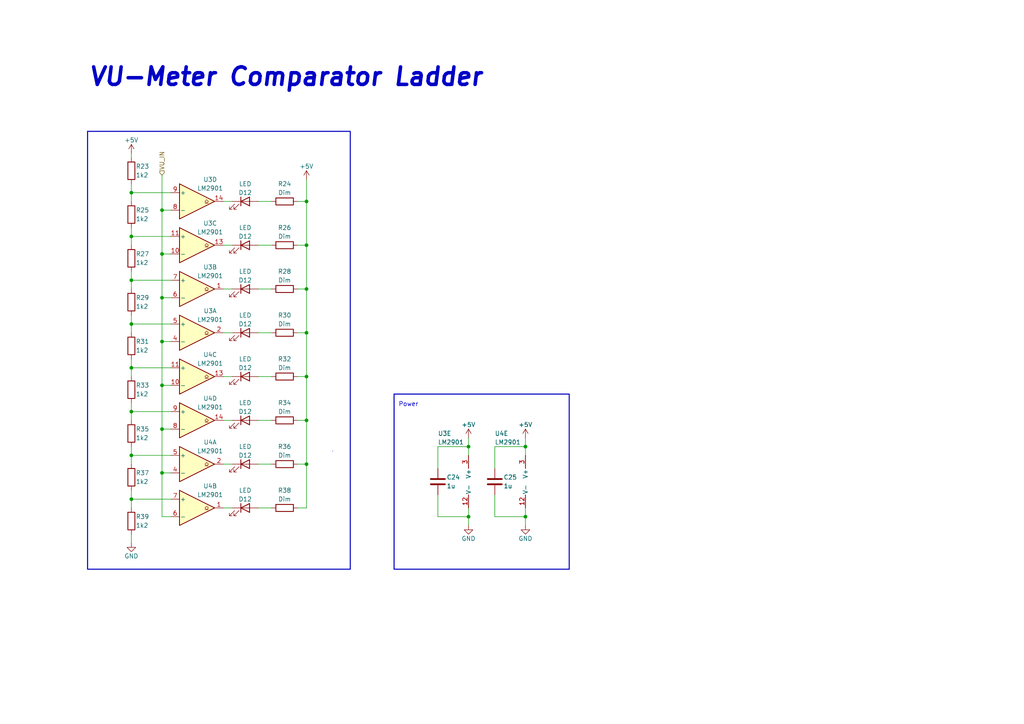
<source format=kicad_sch>
(kicad_sch (version 20230121) (generator eeschema)
  (paper "A4")
  (lib_symbols
    (symbol "Comparator:LM2901" (pin_names (offset 0.127))
      (property "Reference" "U" (at 0 5.08 0))
      (property "Value" "LM2901" (at 0 -5.08 0))
      (symbol "LM2901_1_1"
        (polyline (pts (xy -5.08 5.08) (xy 5.08 0) (xy -5.08 -5.08) (xy -5.08 5.08)) (stroke (width 0.254)) (fill (type background)))
        (polyline (pts (xy 3.302 -0.508) (xy 2.794 -0.508) (xy 3.302 0) (xy 2.794 0.508) (xy 2.286 0) (xy 2.794 -0.508) (xy 2.286 -0.508)) (stroke (width 0.127)))
        (pin open_collector line (at 7.62 0 180) (length 2.54) (name "~") (number "2"))
        (pin input line (at -7.62 -2.54 0) (length 2.54) (name "-") (number "4"))
        (pin input line (at -7.62 2.54 0) (length 2.54) (name "+") (number "5"))
      )
      (symbol "LM2901_2_1"
        (polyline (pts (xy -5.08 5.08) (xy 5.08 0) (xy -5.08 -5.08) (xy -5.08 5.08)) (stroke (width 0.254)) (fill (type background)))
        (polyline (pts (xy 3.302 -0.508) (xy 2.794 -0.508) (xy 3.302 0) (xy 2.794 0.508) (xy 2.286 0) (xy 2.794 -0.508) (xy 2.286 -0.508)) (stroke (width 0.127)))
        (pin open_collector line (at 7.62 0 180) (length 2.54) (name "~") (number "1"))
        (pin input line (at -7.62 -2.54 0) (length 2.54) (name "-") (number "6"))
        (pin input line (at -7.62 2.54 0) (length 2.54) (name "+") (number "7"))
      )
      (symbol "LM2901_3_1"
        (polyline (pts (xy -5.08 5.08) (xy 5.08 0) (xy -5.08 -5.08) (xy -5.08 5.08)) (stroke (width 0.254)) (fill (type background)))
        (polyline (pts (xy 3.302 -0.508) (xy 2.794 -0.508) (xy 3.302 0) (xy 2.794 0.508) (xy 2.286 0) (xy 2.794 -0.508) (xy 2.286 -0.508)) (stroke (width 0.127)))
        (pin input line (at -7.62 -2.54 0) (length 2.54) (name "-") (number "10"))
        (pin input line (at -7.62 2.54 0) (length 2.54) (name "+") (number "11"))
        (pin open_collector line (at 7.62 0 180) (length 2.54) (name "~") (number "13"))
      )
      (symbol "LM2901_4_1"
        (polyline (pts (xy -5.08 5.08) (xy 5.08 0) (xy -5.08 -5.08) (xy -5.08 5.08)) (stroke (width 0.254)) (fill (type background)))
        (polyline (pts (xy 3.302 -0.508) (xy 2.794 -0.508) (xy 3.302 0) (xy 2.794 0.508) (xy 2.286 0) (xy 2.794 -0.508) (xy 2.286 -0.508)) (stroke (width 0.127)))
        (pin open_collector line (at 7.62 0 180) (length 2.54) (name "~") (number "14"))
        (pin input line (at -7.62 -2.54 0) (length 2.54) (name "-") (number "8"))
        (pin input line (at -7.62 2.54 0) (length 2.54) (name "+") (number "9"))
      )
      (symbol "LM2901_5_1"
        (pin power_in line (at -2.54 -7.62 90) (length 3.81) (name "V-") (number "12"))
        (pin power_in line (at -2.54 7.62 270) (length 3.81) (name "V+") (number "3"))
      )
    )
    (symbol "Device:C" (pin_numbers hide) (pin_names (offset 0.254))
      (property "Reference" "C" (at 0.635 2.54 0))
      (property "Value" "C" (at 0.635 -2.54 0))
      (symbol "C_0_1"
        (polyline (pts (xy -2.032 -0.762) (xy 2.032 -0.762)) (stroke (width 0.508)))
        (polyline (pts (xy -2.032 0.762) (xy 2.032 0.762)) (stroke (width 0.508)))
      )
      (symbol "C_1_1"
        (pin passive line (at 0 3.81 270) (length 2.794) (name "~") (number "1"))
        (pin passive line (at 0 -3.81 90) (length 2.794) (name "~") (number "2"))
      )
    )
    (symbol "Device:LED" (pin_numbers hide) (pin_names (offset 1.016) hide)
      (property "Reference" "D" (at 0 2.54 0))
      (property "Value" "LED" (at 0 -2.54 0))
      (symbol "LED_0_1"
        (polyline (pts (xy -1.27 -1.27) (xy -1.27 1.27)) (stroke (width 0.254)))
        (polyline (pts (xy -1.27 0) (xy 1.27 0)))
        (polyline (pts (xy 1.27 -1.27) (xy 1.27 1.27) (xy -1.27 0) (xy 1.27 -1.27)) (stroke (width 0.254)))
        (polyline (pts (xy -3.048 -0.762) (xy -4.572 -2.286) (xy -3.81 -2.286) (xy -4.572 -2.286) (xy -4.572 -1.524)))
        (polyline (pts (xy -1.778 -0.762) (xy -3.302 -2.286) (xy -2.54 -2.286) (xy -3.302 -2.286) (xy -3.302 -1.524)))
      )
      (symbol "LED_1_1"
        (pin passive line (at -3.81 0 0) (length 2.54) (name "K") (number "1"))
        (pin passive line (at 3.81 0 180) (length 2.54) (name "A") (number "2"))
      )
    )
    (symbol "Device:R" (pin_numbers hide) (pin_names (offset 0))
      (property "Reference" "R" (at 2.032 0 90))
      (property "Value" "R" (at 0 0 90))
      (symbol "R_0_1"
        (rectangle (start -1.016 -2.54) (end 1.016 2.54) (stroke (width 0.254)))
      )
      (symbol "R_1_1"
        (pin passive line (at 0 3.81 270) (length 1.27) (name "~") (number "1"))
        (pin passive line (at 0 -3.81 90) (length 1.27) (name "~") (number "2"))
      )
    )
    (symbol "power:+5V" (power) (pin_names (offset 0))
      (property "Value" "+5V" (at 0 3.556 0))
      (symbol "+5V_0_1"
        (polyline (pts (xy -0.762 1.27) (xy 0 2.54)))
        (polyline (pts (xy 0 0) (xy 0 2.54)))
        (polyline (pts (xy 0 2.54) (xy 0.762 1.27)))
      )
      (symbol "+5V_1_1"
        (pin power_in line (at 0 0 90) (length 0) hide (name "+5V") (number "1"))
      )
    )
    (symbol "power:GND" (power) (pin_names (offset 0))
      (property "Value" "GND" (at 0 -3.81 0))
      (symbol "GND_0_1"
        (polyline (pts (xy 0 0) (xy 0 -1.27) (xy 1.27 -1.27) (xy 0 -2.54) (xy -1.27 -1.27) (xy 0 -1.27)))
      )
      (symbol "GND_1_1"
        (pin power_in line (at 0 0 270) (length 0) hide (name "GND") (number "1"))
      )
    )
  )
  (junction (at 46.99 111.76))
  (junction (at 38.1 132.08))
  (junction (at 46.99 73.66))
  (junction (at 38.1 68.58))
  (junction (at 38.1 55.88))
  (junction (at 46.99 137.16))
  (junction (at 88.9 109.22))
  (junction (at 46.99 99.06))
  (junction (at 46.99 86.36))
  (junction (at 38.1 106.68))
  (junction (at 38.1 81.28))
  (junction (at 88.9 121.92))
  (junction (at 46.99 60.96))
  (junction (at 38.1 144.78))
  (junction (at 88.9 96.52))
  (junction (at 46.99 124.46))
  (junction (at 152.4 129.54))
  (junction (at 152.4 149.86))
  (junction (at 135.89 149.86))
  (junction (at 38.1 119.38))
  (junction (at 135.89 129.54))
  (junction (at 88.9 71.12))
  (junction (at 88.9 83.82))
  (junction (at 88.9 58.42))
  (junction (at 38.1 93.98))
  (junction (at 88.9 134.62))
  (wire (pts (xy 78.74 71.12) (xy 74.93 71.12)))
  (wire (pts (xy 86.36 109.22) (xy 88.9 109.22)))
  (wire (pts (xy 64.77 58.42) (xy 67.31 58.42)))
  (wire (pts (xy 38.1 81.28) (xy 38.1 78.74)))
  (wire (pts (xy 38.1 106.68) (xy 38.1 109.22)))
  (wire (pts (xy 38.1 68.58) (xy 38.1 66.04)))
  (wire (pts (xy 135.89 149.86) (xy 135.89 152.4)))
  (wire (pts (xy 38.1 132.08) (xy 38.1 134.62)))
  (wire (pts (xy 88.9 83.82) (xy 88.9 96.52)))
  (wire (pts (xy 88.9 52.07) (xy 88.9 58.42)))
  (wire (pts (xy 46.99 124.46) (xy 49.53 124.46)))
  (wire (pts (xy 67.31 96.52) (xy 64.77 96.52)))
  (wire (pts (xy 67.31 71.12) (xy 64.77 71.12)))
  (wire (pts (xy 135.89 129.54) (xy 127 129.54)))
  (wire (pts (xy 135.89 132.08) (xy 135.89 129.54)))
  (wire (pts (xy 49.53 119.38) (xy 38.1 119.38)))
  (wire (pts (xy 88.9 121.92) (xy 86.36 121.92)))
  (wire (pts (xy 46.99 73.66) (xy 46.99 86.36)))
  (wire (pts (xy 49.53 93.98) (xy 38.1 93.98)))
  (wire (pts (xy 88.9 58.42) (xy 88.9 71.12)))
  (wire (pts (xy 46.99 73.66) (xy 49.53 73.66)))
  (wire (pts (xy 38.1 93.98) (xy 38.1 91.44)))
  (wire (pts (xy 49.53 60.96) (xy 46.99 60.96)))
  (wire (pts (xy 38.1 144.78) (xy 38.1 147.32)))
  (wire (pts (xy 127 149.86) (xy 135.89 149.86)))
  (wire (pts (xy 38.1 55.88) (xy 38.1 58.42)))
  (wire (pts (xy 88.9 109.22) (xy 88.9 121.92)))
  (wire (pts (xy 49.53 106.68) (xy 38.1 106.68)))
  (wire (pts (xy 38.1 144.78) (xy 38.1 142.24)))
  (wire (pts (xy 78.74 58.42) (xy 74.93 58.42)))
  (wire (pts (xy 78.74 121.92) (xy 74.93 121.92)))
  (wire (pts (xy 38.1 81.28) (xy 38.1 83.82)))
  (wire (pts (xy 46.99 149.86) (xy 49.53 149.86)))
  (wire (pts (xy 49.53 111.76) (xy 46.99 111.76)))
  (wire (pts (xy 67.31 109.22) (xy 64.77 109.22)))
  (wire (pts (xy 38.1 119.38) (xy 38.1 121.92)))
  (wire (pts (xy 46.99 137.16) (xy 46.99 149.86)))
  (wire (pts (xy 46.99 99.06) (xy 46.99 111.76)))
  (wire (pts (xy 49.53 132.08) (xy 38.1 132.08)))
  (wire (pts (xy 78.74 83.82) (xy 74.93 83.82)))
  (wire (pts (xy 78.74 134.62) (xy 74.93 134.62)))
  (wire (pts (xy 46.99 86.36) (xy 49.53 86.36)))
  (wire (pts (xy 38.1 154.94) (xy 38.1 157.48)))
  (wire (pts (xy 46.99 86.36) (xy 46.99 99.06)))
  (wire (pts (xy 152.4 132.08) (xy 152.4 129.54)))
  (wire (pts (xy 152.4 129.54) (xy 143.51 129.54)))
  (wire (pts (xy 49.53 68.58) (xy 38.1 68.58)))
  (wire (pts (xy 46.99 124.46) (xy 46.99 137.16)))
  (wire (pts (xy 38.1 104.14) (xy 38.1 106.68)))
  (wire (pts (xy 49.53 144.78) (xy 38.1 144.78)))
  (wire (pts (xy 46.99 99.06) (xy 49.53 99.06)))
  (wire (pts (xy 78.74 147.32) (xy 74.93 147.32)))
  (wire (pts (xy 67.31 121.92) (xy 64.77 121.92)))
  (wire (pts (xy 38.1 119.38) (xy 38.1 116.84)))
  (wire (pts (xy 38.1 44.45) (xy 38.1 45.72)))
  (wire (pts (xy 46.99 111.76) (xy 46.99 124.46)))
  (wire (pts (xy 49.53 81.28) (xy 38.1 81.28)))
  (wire (pts (xy 67.31 134.62) (xy 64.77 134.62)))
  (wire (pts (xy 38.1 53.34) (xy 38.1 55.88)))
  (wire (pts (xy 38.1 68.58) (xy 38.1 71.12)))
  (wire (pts (xy 143.51 143.51) (xy 143.51 149.86)))
  (wire (pts (xy 135.89 149.86) (xy 135.89 147.32)))
  (wire (pts (xy 143.51 149.86) (xy 152.4 149.86)))
  (wire (pts (xy 127 129.54) (xy 127 135.89)))
  (wire (pts (xy 152.4 149.86) (xy 152.4 152.4)))
  (wire (pts (xy 86.36 96.52) (xy 88.9 96.52)))
  (wire (pts (xy 88.9 121.92) (xy 88.9 134.62)))
  (wire (pts (xy 135.89 127) (xy 135.89 129.54)))
  (wire (pts (xy 46.99 137.16) (xy 49.53 137.16)))
  (wire (pts (xy 86.36 83.82) (xy 88.9 83.82)))
  (wire (pts (xy 86.36 71.12) (xy 88.9 71.12)))
  (wire (pts (xy 46.99 50.8) (xy 46.99 60.96)))
  (wire (pts (xy 78.74 96.52) (xy 74.93 96.52)))
  (wire (pts (xy 152.4 127) (xy 152.4 129.54)))
  (wire (pts (xy 88.9 96.52) (xy 88.9 109.22)))
  (wire (pts (xy 88.9 134.62) (xy 88.9 147.32)))
  (wire (pts (xy 38.1 132.08) (xy 38.1 129.54)))
  (wire (pts (xy 86.36 134.62) (xy 88.9 134.62)))
  (wire (pts (xy 152.4 149.86) (xy 152.4 147.32)))
  (wire (pts (xy 46.99 60.96) (xy 46.99 73.66)))
  (wire (pts (xy 78.74 109.22) (xy 74.93 109.22)))
  (wire (pts (xy 143.51 129.54) (xy 143.51 135.89)))
  (wire (pts (xy 67.31 83.82) (xy 64.77 83.82)))
  (wire (pts (xy 88.9 71.12) (xy 88.9 83.82)))
  (wire (pts (xy 49.53 55.88) (xy 38.1 55.88)))
  (wire (pts (xy 67.31 147.32) (xy 64.77 147.32)))
  (wire (pts (xy 88.9 147.32) (xy 86.36 147.32)))
  (wire (pts (xy 86.36 58.42) (xy 88.9 58.42)))
  (wire (pts (xy 127 143.51) (xy 127 149.86)))
  (wire (pts (xy 38.1 93.98) (xy 38.1 96.52)))
  (rectangle (start 96.52 130.81) (end 96.52 130.81))
  (rectangle (start 25.4 38.1) (end 101.6 165.1) (stroke (width 0.3)))
  (rectangle (start 96.52 130.81) (end 96.52 130.81))
  (rectangle (start 114.3 114.3) (end 165.1 165.1) (stroke (width 0.3)))
  (text "VU-Meter Comparator Ladder" (at 25.4 25.4 0) (effects (font (size 5.08 5.08) (thickness 1.016) bold italic) (justify left bottom)))
  (text "Power\n" (at 115.57 118.11 0) (effects (font (size 1.27 1.27)) (justify left bottom)))
  (hierarchical_label "VU_IN" (shape input) (at 46.99 50.8 90))
  (symbol (lib_id "Comparator:LM2901") (at 57.15 71.12 0) (unit 3)
    (property "Reference" "U3" (at 60.96 64.77 0))
    (property "Value" "LM2901" (at 60.96 67.31 0))
    (property "Footprint" "Package_SO:SO-14_5.3x10.2mm_P1.27mm" (effects hide))
    (property "Datasheet" "https://www.mouser.de/datasheet/2/308/1/LM339_D-2314805.pdf" (effects hide))
    (instances (project "SoundControl" (path "" (reference "U3") (unit 3)) (path "" (reference "U5") (unit 3)) (path "" (reference "U7") (unit 3)) (path "" (reference "U9") (unit 3)) (path "" (reference "U11") (unit 3)) (path "" (reference "U13") (unit 3)) (path "" (reference "U15") (unit 3)) (path "" (reference "U17") (unit 3))))
  )
  (symbol (lib_id "Device:R") (at 82.55 71.12 90) (unit 1)
    (property "Reference" "R26" (at 82.55 66.04 90))
    (property "Value" "Dim" (at 82.55 68.58 90))
    (property "Footprint" "Resistor_SMD:R_1206_3216Metric_Pad1.30x1.75mm_HandSolder" (effects hide))
    (instances (project "SoundControl" (path "" (reference "R26") (unit 1)) (path "" (reference "R43") (unit 1)) (path "" (reference "R60") (unit 1)) (path "" (reference "R77") (unit 1)) (path "" (reference "R94") (unit 1)) (path "" (reference "R111") (unit 1)) (path "" (reference "R128") (unit 1)) (path "" (reference "R145") (unit 1))))
  )
  (symbol (lib_id "power:+5V") (at 38.1 44.45 0) (unit 1)
    (property "Reference" "#PWR083" (effects hide))
    (property "Value" "+5V" (at 38.1 40.64 0))
    (instances (project "SoundControl" (path "" (reference "#PWR083") (unit 1)) (path "" (reference "#PWR090") (unit 1)) (path "" (reference "#PWR097") (unit 1)) (path "" (reference "#PWR0104") (unit 1)) (path "" (reference "#PWR0111") (unit 1)) (path "" (reference "#PWR0118") (unit 1)) (path "" (reference "#PWR0125") (unit 1)) (path "" (reference "#PWR0132") (unit 1))))
  )
  (symbol (lib_id "Device:R") (at 82.55 83.82 90) (unit 1)
    (property "Reference" "R28" (at 82.55 78.74 90))
    (property "Value" "Dim" (at 82.55 81.28 90))
    (property "Footprint" "Resistor_SMD:R_1206_3216Metric_Pad1.30x1.75mm_HandSolder" (effects hide))
    (instances (project "SoundControl" (path "" (reference "R28") (unit 1)) (path "" (reference "R45") (unit 1)) (path "" (reference "R62") (unit 1)) (path "" (reference "R79") (unit 1)) (path "" (reference "R96") (unit 1)) (path "" (reference "R113") (unit 1)) (path "" (reference "R130") (unit 1)) (path "" (reference "R147") (unit 1))))
  )
  (symbol (lib_id "Device:R") (at 38.1 113.03 180) (unit 1)
    (property "Reference" "R33" (at 39.37 111.76 0) (effects (justify right)))
    (property "Value" "1k2" (at 39.37 114.3 0) (effects (justify right)))
    (property "Footprint" "Resistor_SMD:R_1206_3216Metric_Pad1.30x1.75mm_HandSolder" (effects hide))
    (instances (project "SoundControl" (path "" (reference "R33") (unit 1)) (path "" (reference "R50") (unit 1)) (path "" (reference "R67") (unit 1)) (path "" (reference "R84") (unit 1)) (path "" (reference "R101") (unit 1)) (path "" (reference "R118") (unit 1)) (path "" (reference "R135") (unit 1)) (path "" (reference "R152") (unit 1))))
  )
  (symbol (lib_id "Device:LED") (at 71.12 83.82 0) (unit 1)
    (property "Reference" "D12" (at 71.12 81.28 0))
    (property "Value" "LED" (at 71.12 78.74 0))
    (property "Footprint" "LED_THT:LED_D3.0mm" (effects hide))
    (instances (project "SoundControl" (path "" (reference "D12") (unit 1)) (path "" (reference "D14") (unit 1)) (path "" (reference "D22") (unit 1)) (path "" (reference "D30") (unit 1)) (path "" (reference "D38") (unit 1)) (path "" (reference "D46") (unit 1)) (path "" (reference "D54") (unit 1)) (path "" (reference "D62") (unit 1)) (path "" (reference "D70") (unit 1))))
  )
  (symbol (lib_id "Device:R") (at 38.1 87.63 180) (unit 1)
    (property "Reference" "R29" (at 39.37 86.36 0) (effects (justify right)))
    (property "Value" "1k2" (at 39.37 88.9 0) (effects (justify right)))
    (property "Footprint" "Resistor_SMD:R_1206_3216Metric_Pad1.30x1.75mm_HandSolder" (effects hide))
    (instances (project "SoundControl" (path "" (reference "R29") (unit 1)) (path "" (reference "R46") (unit 1)) (path "" (reference "R63") (unit 1)) (path "" (reference "R80") (unit 1)) (path "" (reference "R97") (unit 1)) (path "" (reference "R114") (unit 1)) (path "" (reference "R131") (unit 1)) (path "" (reference "R148") (unit 1))))
  )
  (symbol (lib_id "Device:LED") (at 71.12 147.32 0) (unit 1)
    (property "Reference" "D12" (at 71.12 144.78 0))
    (property "Value" "LED" (at 71.12 142.24 0))
    (property "Footprint" "LED_THT:LED_D3.0mm" (effects hide))
    (instances (project "SoundControl" (path "" (reference "D12") (unit 1)) (path "" (reference "D19") (unit 1)) (path "" (reference "D27") (unit 1)) (path "" (reference "D35") (unit 1)) (path "" (reference "D43") (unit 1)) (path "" (reference "D51") (unit 1)) (path "" (reference "D59") (unit 1)) (path "" (reference "D67") (unit 1)) (path "" (reference "D75") (unit 1))))
  )
  (symbol (lib_id "power:GND") (at 38.1 157.48 0) (unit 1)
    (property "Reference" "#PWR089" (effects hide))
    (property "Value" "GND" (at 38.1 161.29 0))
    (instances (project "SoundControl" (path "" (reference "#PWR089") (unit 1)) (path "" (reference "#PWR096") (unit 1)) (path "" (reference "#PWR0103") (unit 1)) (path "" (reference "#PWR0110") (unit 1)) (path "" (reference "#PWR0117") (unit 1)) (path "" (reference "#PWR0124") (unit 1)) (path "" (reference "#PWR0131") (unit 1)) (path "" (reference "#PWR0138") (unit 1))))
  )
  (symbol (lib_id "Device:R") (at 82.55 58.42 90) (unit 1)
    (property "Reference" "R24" (at 82.55 53.34 90))
    (property "Value" "Dim" (at 82.55 55.88 90))
    (property "Footprint" "Resistor_SMD:R_1206_3216Metric_Pad1.30x1.75mm_HandSolder" (effects hide))
    (instances (project "SoundControl" (path "" (reference "R24") (unit 1)) (path "" (reference "R41") (unit 1)) (path "" (reference "R58") (unit 1)) (path "" (reference "R75") (unit 1)) (path "" (reference "R92") (unit 1)) (path "" (reference "R109") (unit 1)) (path "" (reference "R126") (unit 1)) (path "" (reference "R143") (unit 1))))
  )
  (symbol (lib_id "Comparator:LM2901") (at 57.15 109.22 0) (unit 3)
    (property "Reference" "U4" (at 60.96 102.87 0))
    (property "Value" "LM2901" (at 60.96 105.41 0))
    (property "Footprint" "Package_SO:SO-14_5.3x10.2mm_P1.27mm" (effects hide))
    (property "Datasheet" "https://www.mouser.de/datasheet/2/308/1/LM339_D-2314805.pdf" (effects hide))
    (instances (project "SoundControl" (path "" (reference "U4") (unit 3)) (path "" (reference "U6") (unit 3)) (path "" (reference "U8") (unit 3)) (path "" (reference "U10") (unit 3)) (path "" (reference "U12") (unit 3)) (path "" (reference "U14") (unit 3)) (path "" (reference "U16") (unit 3)) (path "" (reference "U18") (unit 3))))
  )
  (symbol (lib_id "Comparator:LM2901") (at 138.43 139.7 0) (unit 5)
    (property "Reference" "U3" (at 127 125.73 0) (effects (justify left)))
    (property "Value" "LM2901" (at 127 128.27 0) (effects (justify left)))
    (property "Footprint" "Package_SO:SO-14_5.3x10.2mm_P1.27mm" (effects hide))
    (property "Datasheet" "https://www.mouser.de/datasheet/2/308/1/LM339_D-2314805.pdf" (effects hide))
    (instances (project "SoundControl" (path "" (reference "U3") (unit 5)) (path "" (reference "U5") (unit 5)) (path "" (reference "U7") (unit 5)) (path "" (reference "U9") (unit 5)) (path "" (reference "U11") (unit 5)) (path "" (reference "U13") (unit 5)) (path "" (reference "U15") (unit 5)) (path "" (reference "U17") (unit 5))))
  )
  (symbol (lib_id "Device:LED") (at 71.12 96.52 0) (unit 1)
    (property "Reference" "D12" (at 71.12 93.98 0))
    (property "Value" "LED" (at 71.12 91.44 0))
    (property "Footprint" "LED_THT:LED_D3.0mm" (effects hide))
    (instances (project "SoundControl" (path "" (reference "D12") (unit 1)) (path "" (reference "D15") (unit 1)) (path "" (reference "D23") (unit 1)) (path "" (reference "D31") (unit 1)) (path "" (reference "D39") (unit 1)) (path "" (reference "D47") (unit 1)) (path "" (reference "D55") (unit 1)) (path "" (reference "D63") (unit 1)) (path "" (reference "D71") (unit 1))))
  )
  (symbol (lib_id "Comparator:LM2901") (at 57.15 96.52 0) (unit 1)
    (property "Reference" "U3" (at 60.96 90.17 0))
    (property "Value" "LM2901" (at 60.96 92.71 0))
    (property "Footprint" "Package_SO:SO-14_5.3x10.2mm_P1.27mm" (effects hide))
    (property "Datasheet" "https://www.mouser.de/datasheet/2/308/1/LM339_D-2314805.pdf" (effects hide))
    (instances (project "SoundControl" (path "" (reference "U3") (unit 1)) (path "" (reference "U5") (unit 1)) (path "" (reference "U7") (unit 1)) (path "" (reference "U9") (unit 1)) (path "" (reference "U11") (unit 1)) (path "" (reference "U13") (unit 1)) (path "" (reference "U15") (unit 1)) (path "" (reference "U17") (unit 1))))
  )
  (symbol (lib_id "Device:R") (at 38.1 49.53 180) (unit 1)
    (property "Reference" "R23" (at 39.37 48.26 0) (effects (justify right)))
    (property "Value" "1k2" (at 39.37 50.8 0) (effects (justify right)))
    (property "Footprint" "Resistor_SMD:R_1206_3216Metric_Pad1.30x1.75mm_HandSolder" (effects hide))
    (instances (project "SoundControl" (path "" (reference "R23") (unit 1)) (path "" (reference "R40") (unit 1)) (path "" (reference "R57") (unit 1)) (path "" (reference "R74") (unit 1)) (path "" (reference "R91") (unit 1)) (path "" (reference "R108") (unit 1)) (path "" (reference "R125") (unit 1)) (path "" (reference "R142") (unit 1))))
  )
  (symbol (lib_id "Device:R") (at 82.55 134.62 90) (unit 1)
    (property "Reference" "R36" (at 82.55 129.54 90))
    (property "Value" "Dim" (at 82.55 132.08 90))
    (property "Footprint" "Resistor_SMD:R_1206_3216Metric_Pad1.30x1.75mm_HandSolder" (effects hide))
    (instances (project "SoundControl" (path "" (reference "R36") (unit 1)) (path "" (reference "R53") (unit 1)) (path "" (reference "R70") (unit 1)) (path "" (reference "R87") (unit 1)) (path "" (reference "R104") (unit 1)) (path "" (reference "R121") (unit 1)) (path "" (reference "R138") (unit 1)) (path "" (reference "R155") (unit 1))))
  )
  (symbol (lib_id "Device:C") (at 143.51 139.7 0) (unit 1)
    (property "Reference" "C25" (at 146.05 138.43 0) (effects (justify left)))
    (property "Value" "1u" (at 146.05 140.97 0) (effects (justify left)))
    (property "Footprint" "Capacitor_SMD:C_1206_3216Metric_Pad1.33x1.80mm_HandSolder" (effects hide))
    (instances (project "SoundControl" (path "" (reference "C25") (unit 1)) (path "" (reference "C27") (unit 1)) (path "" (reference "C29") (unit 1)) (path "" (reference "C31") (unit 1)) (path "" (reference "C33") (unit 1)) (path "" (reference "C35") (unit 1)) (path "" (reference "C37") (unit 1)) (path "" (reference "C39") (unit 1))))
  )
  (symbol (lib_id "power:+5V") (at 88.9 52.07 0) (unit 1)
    (property "Reference" "#PWR084" (effects hide))
    (property "Value" "+5V" (at 88.9 48.26 0))
    (instances (project "SoundControl" (path "" (reference "#PWR084") (unit 1)) (path "" (reference "#PWR091") (unit 1)) (path "" (reference "#PWR098") (unit 1)) (path "" (reference "#PWR0105") (unit 1)) (path "" (reference "#PWR0112") (unit 1)) (path "" (reference "#PWR0119") (unit 1)) (path "" (reference "#PWR0126") (unit 1)) (path "" (reference "#PWR0133") (unit 1))))
  )
  (symbol (lib_id "Device:R") (at 38.1 74.93 180) (unit 1)
    (property "Reference" "R27" (at 39.37 73.66 0) (effects (justify right)))
    (property "Value" "1k2" (at 39.37 76.2 0) (effects (justify right)))
    (property "Footprint" "Resistor_SMD:R_1206_3216Metric_Pad1.30x1.75mm_HandSolder" (effects hide))
    (instances (project "SoundControl" (path "" (reference "R27") (unit 1)) (path "" (reference "R44") (unit 1)) (path "" (reference "R61") (unit 1)) (path "" (reference "R78") (unit 1)) (path "" (reference "R95") (unit 1)) (path "" (reference "R112") (unit 1)) (path "" (reference "R129") (unit 1)) (path "" (reference "R146") (unit 1))))
  )
  (symbol (lib_id "Device:R") (at 38.1 125.73 180) (unit 1)
    (property "Reference" "R35" (at 39.37 124.46 0) (effects (justify right)))
    (property "Value" "1k2" (at 39.37 127 0) (effects (justify right)))
    (property "Footprint" "Resistor_SMD:R_1206_3216Metric_Pad1.30x1.75mm_HandSolder" (effects hide))
    (instances (project "SoundControl" (path "" (reference "R35") (unit 1)) (path "" (reference "R52") (unit 1)) (path "" (reference "R69") (unit 1)) (path "" (reference "R86") (unit 1)) (path "" (reference "R103") (unit 1)) (path "" (reference "R120") (unit 1)) (path "" (reference "R137") (unit 1)) (path "" (reference "R154") (unit 1))))
  )
  (symbol (lib_id "Device:R") (at 38.1 151.13 180) (unit 1)
    (property "Reference" "R39" (at 39.37 149.86 0) (effects (justify right)))
    (property "Value" "1k2" (at 39.37 152.4 0) (effects (justify right)))
    (property "Footprint" "Resistor_SMD:R_1206_3216Metric_Pad1.30x1.75mm_HandSolder" (effects hide))
    (instances (project "SoundControl" (path "" (reference "R39") (unit 1)) (path "" (reference "R56") (unit 1)) (path "" (reference "R73") (unit 1)) (path "" (reference "R90") (unit 1)) (path "" (reference "R107") (unit 1)) (path "" (reference "R124") (unit 1)) (path "" (reference "R141") (unit 1)) (path "" (reference "R158") (unit 1))))
  )
  (symbol (lib_id "Comparator:LM2901") (at 154.94 139.7 0) (unit 5)
    (property "Reference" "U4" (at 143.51 125.73 0) (effects (justify left)))
    (property "Value" "LM2901" (at 143.51 128.27 0) (effects (justify left)))
    (property "Footprint" "Package_SO:SO-14_5.3x10.2mm_P1.27mm" (effects hide))
    (property "Datasheet" "https://www.mouser.de/datasheet/2/308/1/LM339_D-2314805.pdf" (effects hide))
    (instances (project "SoundControl" (path "" (reference "U4") (unit 5)) (path "" (reference "U6") (unit 5)) (path "" (reference "U8") (unit 5)) (path "" (reference "U10") (unit 5)) (path "" (reference "U12") (unit 5)) (path "" (reference "U14") (unit 5)) (path "" (reference "U16") (unit 5)) (path "" (reference "U18") (unit 5))))
  )
  (symbol (lib_id "Device:R") (at 82.55 121.92 90) (unit 1)
    (property "Reference" "R34" (at 82.55 116.84 90))
    (property "Value" "Dim" (at 82.55 119.38 90))
    (property "Footprint" "Resistor_SMD:R_1206_3216Metric_Pad1.30x1.75mm_HandSolder" (effects hide))
    (instances (project "SoundControl" (path "" (reference "R34") (unit 1)) (path "" (reference "R51") (unit 1)) (path "" (reference "R68") (unit 1)) (path "" (reference "R85") (unit 1)) (path "" (reference "R102") (unit 1)) (path "" (reference "R119") (unit 1)) (path "" (reference "R136") (unit 1)) (path "" (reference "R153") (unit 1))))
  )
  (symbol (lib_id "power:GND") (at 135.89 152.4 0) (unit 1)
    (property "Reference" "#PWR087" (effects hide))
    (property "Value" "GND" (at 135.89 156.21 0))
    (instances (project "SoundControl" (path "" (reference "#PWR087") (unit 1)) (path "" (reference "#PWR094") (unit 1)) (path "" (reference "#PWR0101") (unit 1)) (path "" (reference "#PWR0108") (unit 1)) (path "" (reference "#PWR0115") (unit 1)) (path "" (reference "#PWR0122") (unit 1)) (path "" (reference "#PWR0129") (unit 1)) (path "" (reference "#PWR0136") (unit 1))))
  )
  (symbol (lib_id "Comparator:LM2901") (at 57.15 134.62 0) (unit 1)
    (property "Reference" "U4" (at 60.96 128.27 0))
    (property "Value" "LM2901" (at 60.96 130.81 0))
    (property "Footprint" "Package_SO:SO-14_5.3x10.2mm_P1.27mm" (effects hide))
    (property "Datasheet" "https://www.mouser.de/datasheet/2/308/1/LM339_D-2314805.pdf" (effects hide))
    (instances (project "SoundControl" (path "" (reference "U4") (unit 1)) (path "" (reference "U6") (unit 1)) (path "" (reference "U8") (unit 1)) (path "" (reference "U10") (unit 1)) (path "" (reference "U12") (unit 1)) (path "" (reference "U14") (unit 1)) (path "" (reference "U16") (unit 1)) (path "" (reference "U18") (unit 1))))
  )
  (symbol (lib_id "Device:R") (at 82.55 147.32 90) (unit 1)
    (property "Reference" "R38" (at 82.55 142.24 90))
    (property "Value" "Dim" (at 82.55 144.78 90))
    (property "Footprint" "Resistor_SMD:R_1206_3216Metric_Pad1.30x1.75mm_HandSolder" (effects hide))
    (instances (project "SoundControl" (path "" (reference "R38") (unit 1)) (path "" (reference "R55") (unit 1)) (path "" (reference "R72") (unit 1)) (path "" (reference "R89") (unit 1)) (path "" (reference "R106") (unit 1)) (path "" (reference "R123") (unit 1)) (path "" (reference "R140") (unit 1)) (path "" (reference "R157") (unit 1))))
  )
  (symbol (lib_id "Device:LED") (at 71.12 134.62 0) (unit 1)
    (property "Reference" "D12" (at 71.12 132.08 0))
    (property "Value" "LED" (at 71.12 129.54 0))
    (property "Footprint" "LED_THT:LED_D3.0mm" (effects hide))
    (instances (project "SoundControl" (path "" (reference "D12") (unit 1)) (path "" (reference "D18") (unit 1)) (path "" (reference "D26") (unit 1)) (path "" (reference "D34") (unit 1)) (path "" (reference "D42") (unit 1)) (path "" (reference "D50") (unit 1)) (path "" (reference "D58") (unit 1)) (path "" (reference "D66") (unit 1)) (path "" (reference "D74") (unit 1))))
  )
  (symbol (lib_id "Device:C") (at 127 139.7 0) (unit 1)
    (property "Reference" "C24" (at 129.54 138.43 0) (effects (justify left)))
    (property "Value" "1u" (at 129.54 140.97 0) (effects (justify left)))
    (property "Footprint" "Capacitor_SMD:C_1206_3216Metric_Pad1.33x1.80mm_HandSolder" (effects hide))
    (instances (project "SoundControl" (path "" (reference "C24") (unit 1)) (path "" (reference "C26") (unit 1)) (path "" (reference "C28") (unit 1)) (path "" (reference "C30") (unit 1)) (path "" (reference "C32") (unit 1)) (path "" (reference "C34") (unit 1)) (path "" (reference "C36") (unit 1)) (path "" (reference "C38") (unit 1))))
  )
  (symbol (lib_id "Device:R") (at 38.1 62.23 180) (unit 1)
    (property "Reference" "R25" (at 39.37 60.96 0) (effects (justify right)))
    (property "Value" "1k2" (at 39.37 63.5 0) (effects (justify right)))
    (property "Footprint" "Resistor_SMD:R_1206_3216Metric_Pad1.30x1.75mm_HandSolder" (effects hide))
    (instances (project "SoundControl" (path "" (reference "R25") (unit 1)) (path "" (reference "R42") (unit 1)) (path "" (reference "R59") (unit 1)) (path "" (reference "R76") (unit 1)) (path "" (reference "R93") (unit 1)) (path "" (reference "R110") (unit 1)) (path "" (reference "R127") (unit 1)) (path "" (reference "R144") (unit 1))))
  )
  (symbol (lib_id "Device:LED") (at 71.12 71.12 0) (unit 1)
    (property "Reference" "D12" (at 71.12 68.58 0))
    (property "Value" "LED" (at 71.12 66.04 0))
    (property "Footprint" "LED_THT:LED_D3.0mm" (effects hide))
    (instances (project "SoundControl" (path "" (reference "D12") (unit 1)) (path "" (reference "D13") (unit 1)) (path "" (reference "D21") (unit 1)) (path "" (reference "D29") (unit 1)) (path "" (reference "D37") (unit 1)) (path "" (reference "D45") (unit 1)) (path "" (reference "D53") (unit 1)) (path "" (reference "D61") (unit 1)) (path "" (reference "D69") (unit 1))))
  )
  (symbol (lib_id "Device:LED") (at 71.12 58.42 0) (unit 1)
    (property "Reference" "D12" (at 71.12 55.88 0))
    (property "Value" "LED" (at 71.12 53.34 0))
    (property "Footprint" "LED_THT:LED_D3.0mm" (effects hide))
    (instances (project "SoundControl" (path "" (reference "D12") (unit 1)) (path "" (reference "D12") (unit 1)) (path "" (reference "D20") (unit 1)) (path "" (reference "D28") (unit 1)) (path "" (reference "D36") (unit 1)) (path "" (reference "D44") (unit 1)) (path "" (reference "D52") (unit 1)) (path "" (reference "D60") (unit 1)) (path "" (reference "D68") (unit 1))))
  )
  (symbol (lib_id "Comparator:LM2901") (at 57.15 83.82 0) (unit 2)
    (property "Reference" "U3" (at 60.96 77.47 0))
    (property "Value" "LM2901" (at 60.96 80.01 0))
    (property "Footprint" "Package_SO:SO-14_5.3x10.2mm_P1.27mm" (effects hide))
    (property "Datasheet" "https://www.mouser.de/datasheet/2/308/1/LM339_D-2314805.pdf" (effects hide))
    (instances (project "SoundControl" (path "" (reference "U3") (unit 2)) (path "" (reference "U5") (unit 2)) (path "" (reference "U7") (unit 2)) (path "" (reference "U9") (unit 2)) (path "" (reference "U11") (unit 2)) (path "" (reference "U13") (unit 2)) (path "" (reference "U15") (unit 2)) (path "" (reference "U17") (unit 2))))
  )
  (symbol (lib_id "power:+5V") (at 152.4 127 0) (unit 1)
    (property "Reference" "#PWR086" (effects hide))
    (property "Value" "+5V" (at 152.4 123.19 0))
    (instances (project "SoundControl" (path "" (reference "#PWR086") (unit 1)) (path "" (reference "#PWR093") (unit 1)) (path "" (reference "#PWR0100") (unit 1)) (path "" (reference "#PWR0107") (unit 1)) (path "" (reference "#PWR0114") (unit 1)) (path "" (reference "#PWR0121") (unit 1)) (path "" (reference "#PWR0128") (unit 1)) (path "" (reference "#PWR0135") (unit 1))))
  )
  (symbol (lib_id "Device:R") (at 38.1 100.33 180) (unit 1)
    (property "Reference" "R31" (at 39.37 99.06 0) (effects (justify right)))
    (property "Value" "1k2" (at 39.37 101.6 0) (effects (justify right)))
    (property "Footprint" "Resistor_SMD:R_1206_3216Metric_Pad1.30x1.75mm_HandSolder" (effects hide))
    (instances (project "SoundControl" (path "" (reference "R31") (unit 1)) (path "" (reference "R48") (unit 1)) (path "" (reference "R65") (unit 1)) (path "" (reference "R82") (unit 1)) (path "" (reference "R99") (unit 1)) (path "" (reference "R116") (unit 1)) (path "" (reference "R133") (unit 1)) (path "" (reference "R150") (unit 1))))
  )
  (symbol (lib_id "Device:R") (at 82.55 109.22 90) (unit 1)
    (property "Reference" "R32" (at 82.55 104.14 90))
    (property "Value" "Dim" (at 82.55 106.68 90))
    (property "Footprint" "Resistor_SMD:R_1206_3216Metric_Pad1.30x1.75mm_HandSolder" (effects hide))
    (instances (project "SoundControl" (path "" (reference "R32") (unit 1)) (path "" (reference "R49") (unit 1)) (path "" (reference "R66") (unit 1)) (path "" (reference "R83") (unit 1)) (path "" (reference "R100") (unit 1)) (path "" (reference "R117") (unit 1)) (path "" (reference "R134") (unit 1)) (path "" (reference "R151") (unit 1))))
  )
  (symbol (lib_id "power:+5V") (at 135.89 127 0) (unit 1)
    (property "Reference" "#PWR085" (effects hide))
    (property "Value" "+5V" (at 135.89 123.19 0))
    (instances (project "SoundControl" (path "" (reference "#PWR085") (unit 1)) (path "" (reference "#PWR092") (unit 1)) (path "" (reference "#PWR099") (unit 1)) (path "" (reference "#PWR0106") (unit 1)) (path "" (reference "#PWR0113") (unit 1)) (path "" (reference "#PWR0120") (unit 1)) (path "" (reference "#PWR0127") (unit 1)) (path "" (reference "#PWR0134") (unit 1))))
  )
  (symbol (lib_id "Device:R") (at 82.55 96.52 90) (unit 1)
    (property "Reference" "R30" (at 82.55 91.44 90))
    (property "Value" "Dim" (at 82.55 93.98 90))
    (property "Footprint" "Resistor_SMD:R_1206_3216Metric_Pad1.30x1.75mm_HandSolder" (effects hide))
    (instances (project "SoundControl" (path "" (reference "R30") (unit 1)) (path "" (reference "R47") (unit 1)) (path "" (reference "R64") (unit 1)) (path "" (reference "R81") (unit 1)) (path "" (reference "R98") (unit 1)) (path "" (reference "R115") (unit 1)) (path "" (reference "R132") (unit 1)) (path "" (reference "R149") (unit 1))))
  )
  (symbol (lib_id "Device:LED") (at 71.12 109.22 0) (unit 1)
    (property "Reference" "D12" (at 71.12 106.68 0))
    (property "Value" "LED" (at 71.12 104.14 0))
    (property "Footprint" "LED_THT:LED_D3.0mm" (effects hide))
    (instances (project "SoundControl" (path "" (reference "D12") (unit 1)) (path "" (reference "D16") (unit 1)) (path "" (reference "D24") (unit 1)) (path "" (reference "D32") (unit 1)) (path "" (reference "D40") (unit 1)) (path "" (reference "D48") (unit 1)) (path "" (reference "D56") (unit 1)) (path "" (reference "D64") (unit 1)) (path "" (reference "D72") (unit 1))))
  )
  (symbol (lib_id "power:GND") (at 152.4 152.4 0) (unit 1)
    (property "Reference" "#PWR088" (effects hide))
    (property "Value" "GND" (at 152.4 156.21 0))
    (instances (project "SoundControl" (path "" (reference "#PWR088") (unit 1)) (path "" (reference "#PWR095") (unit 1)) (path "" (reference "#PWR0102") (unit 1)) (path "" (reference "#PWR0109") (unit 1)) (path "" (reference "#PWR0116") (unit 1)) (path "" (reference "#PWR0123") (unit 1)) (path "" (reference "#PWR0130") (unit 1)) (path "" (reference "#PWR0137") (unit 1))))
  )
  (symbol (lib_id "Device:LED") (at 71.12 121.92 0) (unit 1)
    (property "Reference" "D12" (at 71.12 119.38 0))
    (property "Value" "LED" (at 71.12 116.84 0))
    (property "Footprint" "LED_THT:LED_D3.0mm" (effects hide))
    (instances (project "SoundControl" (path "" (reference "D12") (unit 1)) (path "" (reference "D17") (unit 1)) (path "" (reference "D25") (unit 1)) (path "" (reference "D33") (unit 1)) (path "" (reference "D41") (unit 1)) (path "" (reference "D49") (unit 1)) (path "" (reference "D57") (unit 1)) (path "" (reference "D65") (unit 1)) (path "" (reference "D73") (unit 1))))
  )
  (symbol (lib_id "Comparator:LM2901") (at 57.15 147.32 0) (unit 2)
    (property "Reference" "U4" (at 60.96 140.97 0))
    (property "Value" "LM2901" (at 60.96 143.51 0))
    (property "Footprint" "Package_SO:SO-14_5.3x10.2mm_P1.27mm" (effects hide))
    (property "Datasheet" "https://www.mouser.de/datasheet/2/308/1/LM339_D-2314805.pdf" (effects hide))
    (instances (project "SoundControl" (path "" (reference "U4") (unit 2)) (path "" (reference "U6") (unit 2)) (path "" (reference "U8") (unit 2)) (path "" (reference "U10") (unit 2)) (path "" (reference "U12") (unit 2)) (path "" (reference "U14") (unit 2)) (path "" (reference "U16") (unit 2)) (path "" (reference "U18") (unit 2))))
  )
  (symbol (lib_id "Comparator:LM2901") (at 57.15 121.92 0) (unit 4)
    (property "Reference" "U4" (at 60.96 115.57 0))
    (property "Value" "LM2901" (at 60.96 118.11 0))
    (property "Footprint" "Package_SO:SO-14_5.3x10.2mm_P1.27mm" (effects hide))
    (property "Datasheet" "https://www.mouser.de/datasheet/2/308/1/LM339_D-2314805.pdf" (effects hide))
    (instances (project "SoundControl" (path "" (reference "U4") (unit 4)) (path "" (reference "U6") (unit 4)) (path "" (reference "U8") (unit 4)) (path "" (reference "U10") (unit 4)) (path "" (reference "U12") (unit 4)) (path "" (reference "U14") (unit 4)) (path "" (reference "U16") (unit 4)) (path "" (reference "U18") (unit 4))))
  )
  (symbol (lib_id "Device:R") (at 38.1 138.43 180) (unit 1)
    (property "Reference" "R37" (at 39.37 137.16 0) (effects (justify right)))
    (property "Value" "1k2" (at 39.37 139.7 0) (effects (justify right)))
    (property "Footprint" "Resistor_SMD:R_1206_3216Metric_Pad1.30x1.75mm_HandSolder" (effects hide))
    (instances (project "SoundControl" (path "" (reference "R37") (unit 1)) (path "" (reference "R54") (unit 1)) (path "" (reference "R71") (unit 1)) (path "" (reference "R88") (unit 1)) (path "" (reference "R105") (unit 1)) (path "" (reference "R122") (unit 1)) (path "" (reference "R139") (unit 1)) (path "" (reference "R156") (unit 1))))
  )
  (symbol (lib_id "Comparator:LM2901") (at 57.15 58.42 0) (unit 4)
    (property "Reference" "U3" (at 60.96 52.07 0))
    (property "Value" "LM2901" (at 60.96 54.61 0))
    (property "Footprint" "Package_SO:SO-14_5.3x10.2mm_P1.27mm" (effects hide))
    (property "Datasheet" "https://www.mouser.de/datasheet/2/308/1/LM339_D-2314805.pdf" (effects hide))
    (instances (project "SoundControl" (path "" (reference "U3") (unit 4)) (path "" (reference "U5") (unit 4)) (path "" (reference "U7") (unit 4)) (path "" (reference "U9") (unit 4)) (path "" (reference "U11") (unit 4)) (path "" (reference "U13") (unit 4)) (path "" (reference "U15") (unit 4)) (path "" (reference "U17") (unit 4))))
  )
)
</source>
